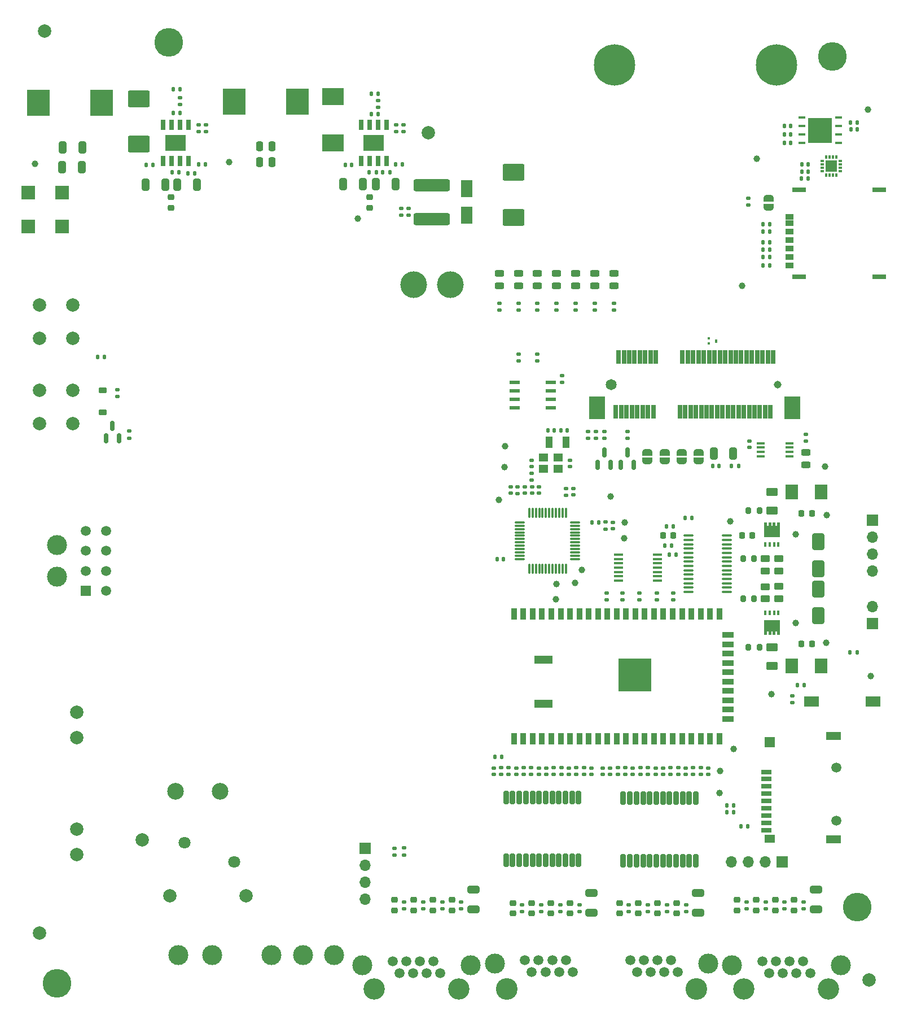
<source format=gts>
G04 #@! TF.GenerationSoftware,KiCad,Pcbnew,7.0.6-0*
G04 #@! TF.CreationDate,2023-09-12T11:21:30-03:00*
G04 #@! TF.ProjectId,macunaima_rev2.3,6d616375-6e61-4696-9d61-5f726576322e,rev?*
G04 #@! TF.SameCoordinates,Original*
G04 #@! TF.FileFunction,Soldermask,Top*
G04 #@! TF.FilePolarity,Negative*
%FSLAX46Y46*%
G04 Gerber Fmt 4.6, Leading zero omitted, Abs format (unit mm)*
G04 Created by KiCad (PCBNEW 7.0.6-0) date 2023-09-12 11:21:30*
%MOMM*%
%LPD*%
G01*
G04 APERTURE LIST*
G04 Aperture macros list*
%AMRoundRect*
0 Rectangle with rounded corners*
0 $1 Rounding radius*
0 $2 $3 $4 $5 $6 $7 $8 $9 X,Y pos of 4 corners*
0 Add a 4 corners polygon primitive as box body*
4,1,4,$2,$3,$4,$5,$6,$7,$8,$9,$2,$3,0*
0 Add four circle primitives for the rounded corners*
1,1,$1+$1,$2,$3*
1,1,$1+$1,$4,$5*
1,1,$1+$1,$6,$7*
1,1,$1+$1,$8,$9*
0 Add four rect primitives between the rounded corners*
20,1,$1+$1,$2,$3,$4,$5,0*
20,1,$1+$1,$4,$5,$6,$7,0*
20,1,$1+$1,$6,$7,$8,$9,0*
20,1,$1+$1,$8,$9,$2,$3,0*%
%AMFreePoly0*
4,1,19,0.500000,-0.750000,0.000000,-0.750000,0.000000,-0.744911,-0.071157,-0.744911,-0.207708,-0.704816,-0.327430,-0.627875,-0.420627,-0.520320,-0.479746,-0.390866,-0.500000,-0.250000,-0.500000,0.250000,-0.479746,0.390866,-0.420627,0.520320,-0.327430,0.627875,-0.207708,0.704816,-0.071157,0.744911,0.000000,0.744911,0.000000,0.750000,0.500000,0.750000,0.500000,-0.750000,0.500000,-0.750000,
$1*%
%AMFreePoly1*
4,1,19,0.000000,0.744911,0.071157,0.744911,0.207708,0.704816,0.327430,0.627875,0.420627,0.520320,0.479746,0.390866,0.500000,0.250000,0.500000,-0.250000,0.479746,-0.390866,0.420627,-0.520320,0.327430,-0.627875,0.207708,-0.704816,0.071157,-0.744911,0.000000,-0.744911,0.000000,-0.750000,-0.500000,-0.750000,-0.500000,0.750000,0.000000,0.750000,0.000000,0.744911,0.000000,0.744911,
$1*%
%AMFreePoly2*
4,1,17,1.395000,0.765000,0.855000,0.765000,0.855000,0.535000,1.395000,0.535000,1.395000,0.115000,0.855000,0.115000,0.855000,-0.115000,1.395000,-0.115000,1.395000,-0.535000,0.855000,-0.535000,0.855000,-0.765000,1.395000,-0.765000,1.395000,-1.185000,-0.855000,-1.185000,-0.855000,1.185000,1.395000,1.185000,1.395000,0.765000,1.395000,0.765000,$1*%
G04 Aperture macros list end*
%ADD10RoundRect,0.225000X0.250000X-0.225000X0.250000X0.225000X-0.250000X0.225000X-0.250000X-0.225000X0*%
%ADD11R,1.000000X1.800000*%
%ADD12RoundRect,0.135000X0.185000X-0.135000X0.185000X0.135000X-0.185000X0.135000X-0.185000X-0.135000X0*%
%ADD13RoundRect,0.140000X-0.140000X-0.170000X0.140000X-0.170000X0.140000X0.170000X-0.140000X0.170000X0*%
%ADD14RoundRect,0.135000X-0.185000X0.135000X-0.185000X-0.135000X0.185000X-0.135000X0.185000X0.135000X0*%
%ADD15RoundRect,0.140000X0.170000X-0.140000X0.170000X0.140000X-0.170000X0.140000X-0.170000X-0.140000X0*%
%ADD16RoundRect,0.140000X0.140000X0.170000X-0.140000X0.170000X-0.140000X-0.170000X0.140000X-0.170000X0*%
%ADD17RoundRect,0.135000X0.135000X0.185000X-0.135000X0.185000X-0.135000X-0.185000X0.135000X-0.185000X0*%
%ADD18C,2.000000*%
%ADD19R,1.700000X1.700000*%
%ADD20O,1.700000X1.700000*%
%ADD21RoundRect,0.140000X-0.170000X0.140000X-0.170000X-0.140000X0.170000X-0.140000X0.170000X0.140000X0*%
%ADD22FreePoly0,90.000000*%
%ADD23FreePoly1,90.000000*%
%ADD24C,1.000000*%
%ADD25RoundRect,0.135000X-0.135000X-0.185000X0.135000X-0.185000X0.135000X0.185000X-0.135000X0.185000X0*%
%ADD26RoundRect,0.100000X-0.637500X-0.100000X0.637500X-0.100000X0.637500X0.100000X-0.637500X0.100000X0*%
%ADD27RoundRect,0.243750X0.456250X-0.243750X0.456250X0.243750X-0.456250X0.243750X-0.456250X-0.243750X0*%
%ADD28RoundRect,0.250000X-0.325000X-0.650000X0.325000X-0.650000X0.325000X0.650000X-0.325000X0.650000X0*%
%ADD29R,0.650000X1.525000*%
%ADD30R,3.100000X2.400000*%
%ADD31R,0.450000X0.400000*%
%ADD32R,0.450000X0.500000*%
%ADD33C,2.500000*%
%ADD34C,4.000000*%
%ADD35RoundRect,0.195000X-0.195000X0.805000X-0.195000X-0.805000X0.195000X-0.805000X0.195000X0.805000X0*%
%ADD36RoundRect,0.147500X-0.147500X-0.172500X0.147500X-0.172500X0.147500X0.172500X-0.147500X0.172500X0*%
%ADD37R,1.800000X2.500000*%
%ADD38R,0.300000X0.570000*%
%ADD39R,0.570000X0.300000*%
%ADD40R,1.750000X1.750000*%
%ADD41C,4.300000*%
%ADD42RoundRect,0.218750X0.256250X-0.218750X0.256250X0.218750X-0.256250X0.218750X-0.256250X-0.218750X0*%
%ADD43R,1.879600X2.260600*%
%ADD44RoundRect,0.225000X-0.375000X0.225000X-0.375000X-0.225000X0.375000X-0.225000X0.375000X0.225000X0*%
%ADD45C,3.200000*%
%ADD46C,1.500000*%
%ADD47C,3.000000*%
%ADD48R,1.600000X0.600000*%
%ADD49R,1.550000X0.600000*%
%ADD50RoundRect,0.200000X-0.200000X-0.275000X0.200000X-0.275000X0.200000X0.275000X-0.200000X0.275000X0*%
%ADD51RoundRect,0.225000X0.225000X0.250000X-0.225000X0.250000X-0.225000X-0.250000X0.225000X-0.250000X0*%
%ADD52RoundRect,0.250000X-0.450000X0.262500X-0.450000X-0.262500X0.450000X-0.262500X0.450000X0.262500X0*%
%ADD53R,3.500000X4.000000*%
%ADD54R,0.420000X0.700000*%
%ADD55FreePoly2,90.000000*%
%ADD56RoundRect,0.243750X-0.456250X0.243750X-0.456250X-0.243750X0.456250X-0.243750X0.456250X0.243750X0*%
%ADD57RoundRect,0.250000X-0.650000X0.325000X-0.650000X-0.325000X0.650000X-0.325000X0.650000X0.325000X0*%
%ADD58RoundRect,0.147500X0.172500X-0.147500X0.172500X0.147500X-0.172500X0.147500X-0.172500X-0.147500X0*%
%ADD59R,1.600200X0.711200*%
%ADD60C,1.498600*%
%ADD61R,1.498600X1.193800*%
%ADD62R,2.209800X1.193800*%
%ADD63R,1.498600X1.600200*%
%ADD64RoundRect,0.250000X0.625000X-0.375000X0.625000X0.375000X-0.625000X0.375000X-0.625000X-0.375000X0*%
%ADD65RoundRect,0.250000X0.325000X0.650000X-0.325000X0.650000X-0.325000X-0.650000X0.325000X-0.650000X0*%
%ADD66R,3.300000X2.500000*%
%ADD67RoundRect,0.075000X-0.075000X0.662500X-0.075000X-0.662500X0.075000X-0.662500X0.075000X0.662500X0*%
%ADD68RoundRect,0.075000X-0.662500X0.075000X-0.662500X-0.075000X0.662500X-0.075000X0.662500X0.075000X0*%
%ADD69R,2.000000X2.000000*%
%ADD70RoundRect,0.250000X0.650000X-1.000000X0.650000X1.000000X-0.650000X1.000000X-0.650000X-1.000000X0*%
%ADD71R,1.150000X0.350000*%
%ADD72RoundRect,0.250000X0.250000X0.475000X-0.250000X0.475000X-0.250000X-0.475000X0.250000X-0.475000X0*%
%ADD73RoundRect,0.250000X1.400000X1.000000X-1.400000X1.000000X-1.400000X-1.000000X1.400000X-1.000000X0*%
%ADD74RoundRect,0.225000X-0.225000X-0.250000X0.225000X-0.250000X0.225000X0.250000X-0.225000X0.250000X0*%
%ADD75C,6.200000*%
%ADD76RoundRect,0.150000X0.150000X-0.587500X0.150000X0.587500X-0.150000X0.587500X-0.150000X-0.587500X0*%
%ADD77C,1.651000*%
%ADD78C,1.143000*%
%ADD79R,0.660400X2.108200*%
%ADD80R,2.438400X3.352800*%
%ADD81RoundRect,0.250000X-1.400000X-1.000000X1.400000X-1.000000X1.400000X1.000000X-1.400000X1.000000X0*%
%ADD82C,3.250000*%
%ADD83R,1.400000X1.200000*%
%ADD84R,1.520000X1.520000*%
%ADD85C,1.520000*%
%ADD86R,1.143000X0.812800*%
%ADD87R,2.108200X0.711200*%
%ADD88RoundRect,0.147500X-0.172500X0.147500X-0.172500X-0.147500X0.172500X-0.147500X0.172500X0.147500X0*%
%ADD89R,2.180000X1.600000*%
%ADD90C,1.800000*%
%ADD91R,1.409700X0.355600*%
%ADD92RoundRect,0.250000X2.450000X-0.650000X2.450000X0.650000X-2.450000X0.650000X-2.450000X-0.650000X0*%
%ADD93R,0.900000X1.800000*%
%ADD94R,1.800000X0.900000*%
%ADD95R,5.000000X5.000000*%
%ADD96R,2.700000X1.200000*%
%ADD97R,1.112398X0.457200*%
%ADD98R,3.606800X3.708400*%
%ADD99RoundRect,0.250000X-0.650000X1.000000X-0.650000X-1.000000X0.650000X-1.000000X0.650000X1.000000X0*%
%ADD100FreePoly2,270.000000*%
%ADD101RoundRect,0.250000X-0.625000X0.375000X-0.625000X-0.375000X0.625000X-0.375000X0.625000X0.375000X0*%
G04 APERTURE END LIST*
D10*
X79835716Y-135163813D03*
X79835716Y-133613813D03*
D11*
X79601980Y-64481773D03*
X82101980Y-64481773D03*
D12*
X28123573Y-17936573D03*
X28123573Y-16916573D03*
D13*
X124848702Y-17642593D03*
X125808702Y-17642593D03*
D14*
X75551074Y-133878813D03*
X75551074Y-134898813D03*
D15*
X77011980Y-72165441D03*
X77011980Y-71205441D03*
D16*
X24163573Y-15155573D03*
X23203573Y-15155573D03*
D10*
X113495716Y-134676773D03*
X113495716Y-133126773D03*
D17*
X109395000Y-122082000D03*
X108375000Y-122082000D03*
X100980000Y-75836000D03*
X99960000Y-75836000D03*
D12*
X74967921Y-44675573D03*
X74967921Y-43655573D03*
D13*
X79381980Y-62751773D03*
X80341980Y-62751773D03*
D18*
X8682000Y-104946000D03*
X8682000Y-108756000D03*
D16*
X49958573Y-22906773D03*
X48998573Y-22906773D03*
D14*
X81263930Y-133878813D03*
X81263930Y-134898813D03*
D19*
X114534000Y-127435000D03*
D20*
X111994000Y-127435000D03*
X109454000Y-127435000D03*
X106914000Y-127435000D03*
D21*
X109642821Y-64319872D03*
X109642821Y-65279872D03*
D22*
X94335373Y-67321396D03*
D23*
X94335373Y-66021396D03*
D24*
X108558573Y-41096773D03*
D25*
X25411573Y-24211973D03*
X26431573Y-24211973D03*
D26*
X100505491Y-78494273D03*
X100505491Y-79144273D03*
X100505491Y-79794273D03*
X100505491Y-80444273D03*
X100505491Y-81094273D03*
X100505491Y-81744273D03*
X100505491Y-82394273D03*
X100505491Y-83044273D03*
X100505491Y-83694273D03*
X100505491Y-84344273D03*
X100505491Y-84994273D03*
X100505491Y-85644273D03*
X100505491Y-86294273D03*
X100505491Y-86944273D03*
X106230491Y-86944273D03*
X106230491Y-86294273D03*
X106230491Y-85644273D03*
X106230491Y-84994273D03*
X106230491Y-84344273D03*
X106230491Y-83694273D03*
X106230491Y-83044273D03*
X106230491Y-82394273D03*
X106230491Y-81744273D03*
X106230491Y-81094273D03*
X106230491Y-80444273D03*
X106230491Y-79794273D03*
X106230491Y-79144273D03*
X106230491Y-78494273D03*
D18*
X3107000Y-138107000D03*
D27*
X118101021Y-67870972D03*
X118101021Y-65995972D03*
D16*
X82321980Y-62751773D03*
X81361980Y-62751773D03*
D28*
X6541573Y-23307973D03*
X9491573Y-23307973D03*
D14*
X78407502Y-133878813D03*
X78407502Y-134898813D03*
D24*
X121201173Y-75394273D03*
D18*
X34078573Y-132496773D03*
X22678573Y-132496773D03*
D28*
X48665573Y-25807573D03*
X51615573Y-25807573D03*
D21*
X103445051Y-113330057D03*
X103445051Y-114290057D03*
D29*
X21628573Y-22354973D03*
X22898573Y-22354973D03*
X24168573Y-22354973D03*
X25438573Y-22354973D03*
X25438573Y-16930973D03*
X24168573Y-16930973D03*
X22898573Y-16930973D03*
X21628573Y-16930973D03*
D30*
X23533573Y-19642973D03*
D14*
X63553930Y-133391773D03*
X63553930Y-134411773D03*
D25*
X111671279Y-35647593D03*
X112691279Y-35647593D03*
D12*
X91020435Y-114320057D03*
X91020435Y-113300057D03*
D10*
X92976787Y-135163813D03*
X92976787Y-133613813D03*
D22*
X99466173Y-67321396D03*
D23*
X99466173Y-66021396D03*
D13*
X86032804Y-76531773D03*
X86992804Y-76531773D03*
D15*
X81518573Y-55516773D03*
X81518573Y-54556773D03*
D31*
X103516998Y-48929419D03*
X103516998Y-49729419D03*
D32*
X104666998Y-49329419D03*
D24*
X84494000Y-83623000D03*
D33*
X23495964Y-116861773D03*
X30245964Y-116861773D03*
D34*
X59245964Y-40861773D03*
X64745964Y-40861773D03*
D35*
X101598573Y-117850183D03*
X100608573Y-117850183D03*
X99618573Y-117850183D03*
X98628573Y-117850183D03*
X97638573Y-117850183D03*
X96648573Y-117850183D03*
X95658573Y-117850183D03*
X94668573Y-117850183D03*
X93678573Y-117850183D03*
X92688573Y-117850183D03*
X91698573Y-117850183D03*
X90708573Y-117850183D03*
X90708573Y-127250183D03*
X91698573Y-127250183D03*
X92688573Y-127250183D03*
X93678573Y-127250183D03*
X94668573Y-127250183D03*
X95658573Y-127250183D03*
X96648573Y-127250183D03*
X97638573Y-127250183D03*
X98628573Y-127250183D03*
X99618573Y-127250183D03*
X100608573Y-127250183D03*
X101598573Y-127250183D03*
D36*
X97618573Y-81346773D03*
X98588573Y-81346773D03*
D37*
X67178573Y-30511773D03*
X67178573Y-26511773D03*
D14*
X116068000Y-102496000D03*
X116068000Y-103516000D03*
D38*
X121154464Y-24472593D03*
X121654464Y-24472593D03*
X122154464Y-24472593D03*
X122654464Y-24472593D03*
D39*
X123269464Y-23857593D03*
X123269464Y-23357593D03*
X123269464Y-22857593D03*
X123269464Y-22357593D03*
D38*
X122654464Y-21742593D03*
X122154464Y-21742593D03*
X121654464Y-21742593D03*
X121154464Y-21742593D03*
D39*
X120539464Y-22357593D03*
X120539464Y-22857593D03*
X120539464Y-23357593D03*
X120539464Y-23857593D03*
D40*
X121904464Y-23107593D03*
D41*
X122093573Y-6696773D03*
D12*
X72366265Y-114320057D03*
X72366265Y-113300057D03*
X88083573Y-77506773D03*
X88083573Y-76486773D03*
D10*
X107782860Y-134676773D03*
X107782860Y-133126773D03*
D42*
X52635973Y-29345073D03*
X52635973Y-27770073D03*
D24*
X90933573Y-76496773D03*
D36*
X97223573Y-77161773D03*
X98193573Y-77161773D03*
D41*
X22542000Y-4578000D03*
D36*
X104106473Y-68095796D03*
X105076473Y-68095796D03*
D12*
X80712031Y-44672711D03*
X80712031Y-43652711D03*
D19*
X128050000Y-76210000D03*
D20*
X128050000Y-78750000D03*
X128050000Y-81290000D03*
X128050000Y-83830000D03*
D15*
X73783573Y-72156773D03*
X73783573Y-71196773D03*
D43*
X120428373Y-98011773D03*
X116008773Y-98011773D03*
D42*
X22888573Y-29368073D03*
X22888573Y-27793073D03*
D12*
X24164573Y-13863573D03*
X24164573Y-12843573D03*
D15*
X82101980Y-72450350D03*
X82101980Y-71490350D03*
D44*
X12604573Y-56692573D03*
X12604573Y-59992573D03*
D18*
X127600000Y-145100000D03*
D14*
X90592000Y-87096000D03*
X90592000Y-88116000D03*
D17*
X107240181Y-118926773D03*
X106220181Y-118926773D03*
D45*
X108818573Y-146436773D03*
X121518573Y-146436773D03*
D46*
X118738573Y-144086773D03*
X117718573Y-142306773D03*
X116698573Y-144086773D03*
X115678573Y-142306773D03*
X114658573Y-144086773D03*
X113638573Y-142306773D03*
X112618573Y-144086773D03*
X111598573Y-142306773D03*
D47*
X107018573Y-142936773D03*
X123318573Y-142936773D03*
D24*
X50862373Y-30982573D03*
X83495000Y-85595000D03*
X80636000Y-85787000D03*
D14*
X94413511Y-113300057D03*
X94413511Y-114320057D03*
D12*
X81407801Y-114320057D03*
X81407801Y-113300057D03*
D15*
X58463573Y-30441773D03*
X58463573Y-29481773D03*
D14*
X101179663Y-113300057D03*
X101179663Y-114320057D03*
D48*
X74418573Y-55511773D03*
D49*
X74418573Y-56781773D03*
X74418573Y-58051773D03*
X74418573Y-59321773D03*
X79818573Y-59321773D03*
X79818573Y-58051773D03*
X79818573Y-56781773D03*
X79818573Y-55511773D03*
D16*
X112661279Y-38017593D03*
X111701279Y-38017593D03*
D14*
X74863573Y-71166773D03*
X74863573Y-72186773D03*
X57841074Y-125341000D03*
X57841074Y-126361000D03*
D45*
X53318573Y-146436773D03*
X66018573Y-146436773D03*
D46*
X63238573Y-144086773D03*
X62218573Y-142306773D03*
X61198573Y-144086773D03*
X60178573Y-142306773D03*
X59158573Y-144086773D03*
X58138573Y-142306773D03*
X57118573Y-144086773D03*
X56098573Y-142306773D03*
D47*
X51518573Y-142936773D03*
X67818573Y-142936773D03*
D10*
X110639288Y-134676773D03*
X110639288Y-133126773D03*
D50*
X109476173Y-74726773D03*
X111126173Y-74726773D03*
D14*
X102317355Y-113300057D03*
X102317355Y-114320057D03*
D16*
X72728573Y-82031773D03*
X71768573Y-82031773D03*
D15*
X100051971Y-114290057D03*
X100051971Y-113330057D03*
D51*
X118993573Y-94734273D03*
X117443573Y-94734273D03*
D14*
X76897033Y-113300057D03*
X76897033Y-114320057D03*
D52*
X112032373Y-81989273D03*
X112032373Y-83814273D03*
D24*
X107263573Y-110486773D03*
D12*
X97786587Y-114320057D03*
X97786587Y-113300057D03*
D53*
X12435573Y-13614973D03*
X2935573Y-13614973D03*
D21*
X82738707Y-67191773D03*
X82738707Y-68151773D03*
D25*
X117444578Y-25002593D03*
X118464578Y-25002593D03*
D28*
X19053573Y-25896573D03*
X22003573Y-25896573D03*
D24*
X110768573Y-22006773D03*
D36*
X117469578Y-22857593D03*
X118439578Y-22857593D03*
D54*
X112043573Y-79800393D03*
X112693573Y-79800393D03*
X113343573Y-79800393D03*
X113993573Y-79800393D03*
D55*
X113018573Y-77845393D03*
D16*
X115845780Y-18372593D03*
X114885780Y-18372593D03*
D12*
X77839976Y-44681773D03*
X77839976Y-43661773D03*
D14*
X93275819Y-113300057D03*
X93275819Y-114320057D03*
D17*
X107240181Y-119986773D03*
X106220181Y-119986773D03*
D56*
X80712031Y-39195073D03*
X80712031Y-41070073D03*
D13*
X52931173Y-15344373D03*
X53891173Y-15344373D03*
D12*
X85445373Y-63884554D03*
X85445373Y-62864554D03*
D15*
X78024725Y-114290057D03*
X78024725Y-113330057D03*
D57*
X119628573Y-131606773D03*
X119628573Y-134556773D03*
D10*
X56412860Y-134676773D03*
X56412860Y-133126773D03*
D58*
X83191980Y-72425350D03*
X83191980Y-71455350D03*
D14*
X112067502Y-133391773D03*
X112067502Y-134411773D03*
D59*
X112172619Y-113913296D03*
X112172619Y-115013296D03*
X112172619Y-116113297D03*
X112172619Y-117213297D03*
X112172619Y-118313297D03*
X112172619Y-119413295D03*
X112172619Y-120513295D03*
X112172619Y-121613296D03*
X112172619Y-122713296D03*
D60*
X122672619Y-121240296D03*
X122672619Y-113240296D03*
D61*
X112678619Y-123910296D03*
D62*
X122272619Y-124040296D03*
D63*
X112673619Y-109440296D03*
D62*
X122272619Y-108540296D03*
D10*
X59269288Y-134676773D03*
X59269288Y-133126773D03*
D52*
X112032373Y-86143394D03*
X112032373Y-87968394D03*
D64*
X113018573Y-74725393D03*
X113018573Y-71925393D03*
D56*
X72095866Y-39204135D03*
X72095866Y-41079135D03*
D14*
X26987573Y-16909573D03*
X26987573Y-17929573D03*
D65*
X9543573Y-20273973D03*
X6593573Y-20273973D03*
D24*
X31603573Y-22490173D03*
D28*
X23810573Y-25896573D03*
X26760573Y-25896573D03*
D57*
X101966072Y-132093813D03*
X101966072Y-135043813D03*
D66*
X47127373Y-19632573D03*
X47137373Y-12732573D03*
D25*
X111671279Y-31797593D03*
X112691279Y-31797593D03*
D67*
X82101980Y-75109273D03*
X81601980Y-75109273D03*
X81101980Y-75109273D03*
X80601980Y-75109273D03*
X80101980Y-75109273D03*
X79601980Y-75109273D03*
X79101980Y-75109273D03*
X78601980Y-75109273D03*
X78101980Y-75109273D03*
X77601980Y-75109273D03*
X77101980Y-75109273D03*
X76601980Y-75109273D03*
D68*
X75189480Y-76521773D03*
X75189480Y-77021773D03*
X75189480Y-77521773D03*
X75189480Y-78021773D03*
X75189480Y-78521773D03*
X75189480Y-79021773D03*
X75189480Y-79521773D03*
X75189480Y-80021773D03*
X75189480Y-80521773D03*
X75189480Y-81021773D03*
X75189480Y-81521773D03*
X75189480Y-82021773D03*
D67*
X76601980Y-83434273D03*
X77101980Y-83434273D03*
X77601980Y-83434273D03*
X78101980Y-83434273D03*
X78601980Y-83434273D03*
X79101980Y-83434273D03*
X79601980Y-83434273D03*
X80101980Y-83434273D03*
X80601980Y-83434273D03*
X81101980Y-83434273D03*
X81601980Y-83434273D03*
X82101980Y-83434273D03*
D68*
X83514480Y-82021773D03*
X83514480Y-81521773D03*
X83514480Y-81021773D03*
X83514480Y-80521773D03*
X83514480Y-80021773D03*
X83514480Y-79521773D03*
X83514480Y-79021773D03*
X83514480Y-78521773D03*
X83514480Y-78021773D03*
X83514480Y-77521773D03*
X83514480Y-77021773D03*
X83514480Y-76521773D03*
D18*
X8088573Y-43908573D03*
X3088573Y-43908573D03*
X8088573Y-48908573D03*
X3088573Y-48908573D03*
D12*
X86456141Y-44672711D03*
X86456141Y-43652711D03*
D14*
X56412860Y-125376000D03*
X56412860Y-126396000D03*
D13*
X52931173Y-12300373D03*
X53891173Y-12300373D03*
D24*
X2450573Y-22752573D03*
X72993573Y-65096773D03*
D16*
X72428573Y-111651773D03*
X71468573Y-111651773D03*
D10*
X90120359Y-135163813D03*
X90120359Y-133613813D03*
D19*
X51942000Y-125379000D03*
D20*
X51942000Y-127919000D03*
X51942000Y-130459000D03*
X51942000Y-132999000D03*
D15*
X76965254Y-68151773D03*
X76965254Y-67191773D03*
D14*
X98226000Y-87096000D03*
X98226000Y-88116000D03*
D15*
X57388573Y-30441773D03*
X57388573Y-29481773D03*
D69*
X6490573Y-27106573D03*
X1440573Y-27106573D03*
X6490573Y-32156573D03*
X1440573Y-32156573D03*
D24*
X80578000Y-88023000D03*
D70*
X119951173Y-90534273D03*
X119951173Y-86534273D03*
D22*
X102031573Y-67321396D03*
D23*
X102031573Y-66021396D03*
D58*
X87660418Y-114295057D03*
X87660418Y-113325057D03*
D14*
X117780358Y-133391773D03*
X117780358Y-134411773D03*
D16*
X112661279Y-34537593D03*
X111701279Y-34537593D03*
X112661279Y-36727593D03*
X111701279Y-36727593D03*
D71*
X111303221Y-64637672D03*
X111303221Y-65287672D03*
X111303221Y-65937672D03*
X111303221Y-66587672D03*
X115653221Y-66587672D03*
X115653221Y-65937672D03*
X115653221Y-65287672D03*
X115653221Y-64637672D03*
D21*
X78081980Y-71205441D03*
X78081980Y-72165441D03*
D56*
X89328199Y-39195073D03*
X89328199Y-41070073D03*
D10*
X95833215Y-135163813D03*
X95833215Y-133613813D03*
D24*
X106743573Y-76346773D03*
D72*
X38003573Y-22481773D03*
X36103573Y-22481773D03*
D14*
X16590573Y-62856573D03*
X16590573Y-63876573D03*
D10*
X74122860Y-135163813D03*
X74122860Y-133613813D03*
D24*
X127438573Y-14666773D03*
D73*
X74223573Y-30815273D03*
X74223573Y-24015273D03*
D24*
X88838000Y-72621000D03*
D74*
X117443573Y-75154273D03*
X118993573Y-75154273D03*
D75*
X89381350Y-7973601D03*
D22*
X112511026Y-29261193D03*
D23*
X112511026Y-27961193D03*
D24*
X116561173Y-91610550D03*
X105273573Y-113776773D03*
D51*
X110083573Y-78491773D03*
X108533573Y-78491773D03*
D14*
X57841074Y-133391773D03*
X57841074Y-134411773D03*
D21*
X88755051Y-113330057D03*
X88755051Y-114290057D03*
D50*
X108696173Y-88004273D03*
X110346173Y-88004273D03*
D47*
X23968573Y-141391773D03*
X29048573Y-141391773D03*
D14*
X93158000Y-87096000D03*
X93158000Y-88116000D03*
D15*
X82535493Y-114290057D03*
X82535493Y-113330057D03*
D25*
X56518573Y-22881773D03*
X57538573Y-22881773D03*
D53*
X41803573Y-13490173D03*
X32303573Y-13490173D03*
D57*
X68258573Y-131606773D03*
X68258573Y-134556773D03*
D14*
X60697502Y-133391773D03*
X60697502Y-134411773D03*
D12*
X73503957Y-114320057D03*
X73503957Y-113300057D03*
D14*
X91312773Y-62864554D03*
X91312773Y-63884554D03*
D10*
X82692144Y-135163813D03*
X82692144Y-133613813D03*
D76*
X86882973Y-67888296D03*
X88782973Y-67888296D03*
X87832973Y-66013296D03*
D14*
X87832973Y-62864554D03*
X87832973Y-63884554D03*
D56*
X86456141Y-39195073D03*
X86456141Y-41070073D03*
D77*
X88898997Y-55842002D03*
D78*
X113898999Y-55842002D03*
D79*
X89598998Y-59942001D03*
X89999000Y-51742000D03*
X90398999Y-59942001D03*
X90798998Y-51742000D03*
X91199000Y-59942001D03*
X91598999Y-51742000D03*
X91998998Y-59942001D03*
X92398998Y-51742000D03*
X92798999Y-59942001D03*
X93198998Y-51742000D03*
X93598998Y-59942001D03*
X93998999Y-51742000D03*
X94398999Y-59942001D03*
X94798998Y-51742000D03*
X95198997Y-59942001D03*
X95598999Y-51742000D03*
X99198998Y-59942001D03*
X99598997Y-51742000D03*
X99998999Y-59942001D03*
X100398998Y-51742000D03*
X100798997Y-59942001D03*
X101198999Y-51742000D03*
X101598998Y-59942001D03*
X101998997Y-51742000D03*
X102398997Y-59942001D03*
X102798998Y-51742000D03*
X103198998Y-59942001D03*
X103598997Y-51742000D03*
X103998999Y-59942001D03*
X104398998Y-51742000D03*
X104798997Y-59942001D03*
X105198999Y-51742000D03*
X105598998Y-59942001D03*
X105998997Y-51742000D03*
X106398996Y-59942001D03*
X106798998Y-51742000D03*
X107198997Y-59942001D03*
X107598996Y-51742000D03*
X107998998Y-59942001D03*
X108398997Y-51742000D03*
X108798997Y-59942001D03*
X109198996Y-51742000D03*
X109598998Y-59942001D03*
X109998997Y-51742000D03*
X110398996Y-59942001D03*
X110798998Y-51742000D03*
X111198997Y-59942001D03*
X111598996Y-51742000D03*
X111998998Y-59942001D03*
X112398997Y-51742000D03*
X112798996Y-59942001D03*
X113198995Y-51742000D03*
D80*
X86749002Y-59319701D03*
X116048994Y-59319701D03*
D52*
X114021173Y-86133394D03*
X114021173Y-87958394D03*
D12*
X89882743Y-114320057D03*
X89882743Y-113300057D03*
D22*
X96900773Y-67321396D03*
D23*
X96900773Y-66021396D03*
D81*
X17982573Y-12993973D03*
X17982573Y-19793973D03*
D14*
X97261429Y-133878813D03*
X97261429Y-134898813D03*
X118101021Y-63324672D03*
X118101021Y-64344672D03*
D25*
X22992573Y-24062573D03*
X24012573Y-24062573D03*
D17*
X117883573Y-100876773D03*
X116863573Y-100876773D03*
D82*
X73193573Y-146436773D03*
X101643573Y-146436773D03*
D46*
X98868573Y-143896773D03*
X97848573Y-142116773D03*
X96828573Y-143896773D03*
X95808573Y-142116773D03*
X94788573Y-143896773D03*
X93768573Y-142116773D03*
X92748573Y-143896773D03*
X91728573Y-142116773D03*
X83108573Y-143896773D03*
X82088573Y-142116773D03*
X81068573Y-143896773D03*
X80048573Y-142116773D03*
X79028573Y-143896773D03*
X78008573Y-142116773D03*
X76988573Y-143896773D03*
X75968573Y-142116773D03*
D47*
X103418573Y-142636773D03*
X71418573Y-142636773D03*
D18*
X3852000Y-2893000D03*
D83*
X78751980Y-68521773D03*
X80951980Y-68521773D03*
X80951980Y-66821773D03*
X78751980Y-66821773D03*
D21*
X71238573Y-113330057D03*
X71238573Y-114290057D03*
D19*
X128125000Y-91710000D03*
D20*
X128125000Y-89170000D03*
D14*
X57729173Y-16917173D03*
X57729173Y-17937173D03*
D15*
X95541203Y-114290057D03*
X95541203Y-113330057D03*
D35*
X84013573Y-117780183D03*
X83023573Y-117780183D03*
X82033573Y-117780183D03*
X81043573Y-117780183D03*
X80053573Y-117780183D03*
X79063573Y-117780183D03*
X78073573Y-117780183D03*
X77083573Y-117780183D03*
X76093573Y-117780183D03*
X75103573Y-117780183D03*
X74113573Y-117780183D03*
X73123573Y-117780183D03*
X73123573Y-127180183D03*
X74113573Y-127180183D03*
X75103573Y-127180183D03*
X76093573Y-127180183D03*
X77083573Y-127180183D03*
X78073573Y-127180183D03*
X79063573Y-127180183D03*
X80053573Y-127180183D03*
X81043573Y-127180183D03*
X82033573Y-127180183D03*
X83023573Y-127180183D03*
X84013573Y-127180183D03*
D65*
X107209473Y-66165396D03*
X104259473Y-66165396D03*
D12*
X86613773Y-63884554D03*
X86613773Y-62864554D03*
D17*
X97926173Y-80012136D03*
X96906173Y-80012136D03*
D12*
X80270109Y-114320057D03*
X80270109Y-113300057D03*
D25*
X26974573Y-22877973D03*
X27994573Y-22877973D03*
D12*
X72095866Y-44681773D03*
X72095866Y-43661773D03*
D75*
X113689150Y-7973601D03*
D10*
X76979288Y-135163813D03*
X76979288Y-133613813D03*
D47*
X5771573Y-79955823D03*
X5771573Y-84635823D03*
D84*
X10091573Y-86795823D03*
D85*
X10091573Y-83795823D03*
X10091573Y-80795823D03*
X10091573Y-77795823D03*
X13091573Y-86795823D03*
X13091573Y-83795823D03*
X13091573Y-80795823D03*
X13091573Y-77795823D03*
D47*
X37943573Y-141411773D03*
X42643573Y-141411773D03*
X47343573Y-141411773D03*
D50*
X108696173Y-81964273D03*
X110346173Y-81964273D03*
D86*
X115629578Y-32937593D03*
X115629578Y-35477593D03*
X115629578Y-38017593D03*
X115629578Y-31667593D03*
X115629578Y-34207593D03*
X115629578Y-36747593D03*
X115629578Y-30717593D03*
D87*
X117109639Y-39687593D03*
X117109639Y-26687593D03*
X129109580Y-39687593D03*
X129109580Y-26687593D03*
D21*
X85928573Y-113330057D03*
X85928573Y-114290057D03*
X96658895Y-113330057D03*
X96658895Y-114290057D03*
D12*
X76965254Y-70181773D03*
X76965254Y-69161773D03*
D14*
X83663185Y-113300057D03*
X83663185Y-114320057D03*
D74*
X96641173Y-78514273D03*
X98191173Y-78514273D03*
D50*
X109476173Y-95214273D03*
X111126173Y-95214273D03*
D16*
X112661279Y-32937593D03*
X111701279Y-32937593D03*
D25*
X52608573Y-24056773D03*
X53628573Y-24056773D03*
D18*
X61436923Y-18086374D03*
D16*
X20103573Y-22903973D03*
X19143573Y-22903973D03*
D88*
X75921980Y-71190441D03*
X75921980Y-72160441D03*
D56*
X83584086Y-39195073D03*
X83584086Y-41070073D03*
D16*
X118434578Y-23930093D03*
X117474578Y-23930093D03*
X115845780Y-19642593D03*
X114885780Y-19642593D03*
D10*
X116352144Y-134676773D03*
X116352144Y-133126773D03*
X62125716Y-134676773D03*
X62125716Y-133126773D03*
D13*
X23204573Y-11626573D03*
X24164573Y-11626573D03*
D21*
X74631649Y-113330057D03*
X74631649Y-114290057D03*
X79142417Y-113330057D03*
X79142417Y-114290057D03*
D76*
X90362773Y-67888296D03*
X92262773Y-67888296D03*
X91312773Y-66013296D03*
D24*
X72923573Y-68276773D03*
D25*
X11881573Y-51699573D03*
X12901573Y-51699573D03*
D21*
X92148127Y-113330057D03*
X92148127Y-114290057D03*
D89*
X118970000Y-103393000D03*
X128150000Y-103393000D03*
D14*
X84800877Y-113300057D03*
X84800877Y-114320057D03*
D25*
X124745000Y-95972000D03*
X125765000Y-95972000D03*
D41*
X125838573Y-134166773D03*
D24*
X121121173Y-94554273D03*
D57*
X85968573Y-132093813D03*
X85968573Y-135043813D03*
D14*
X66410358Y-133391773D03*
X66410358Y-134411773D03*
D24*
X105143573Y-117046773D03*
D14*
X91548573Y-133878813D03*
X91548573Y-134898813D03*
X100117857Y-133878813D03*
X100117857Y-134898813D03*
D90*
X24858573Y-124516773D03*
X32358573Y-127416773D03*
D12*
X53893773Y-14332373D03*
X53893773Y-13312373D03*
D18*
X8143573Y-56728573D03*
X3143573Y-56728573D03*
X8143573Y-61728573D03*
X3143573Y-61728573D03*
D17*
X107985021Y-68095796D03*
X106965021Y-68095796D03*
D24*
X90843573Y-78926773D03*
D41*
X5739573Y-145608573D03*
D12*
X89328199Y-44672711D03*
X89328199Y-43652711D03*
D24*
X120945821Y-68118295D03*
D14*
X94405001Y-133878813D03*
X94405001Y-134898813D03*
D16*
X115845780Y-17102593D03*
X114885780Y-17102593D03*
D56*
X74967921Y-39215073D03*
X74967921Y-41090073D03*
D72*
X38003573Y-20119573D03*
X36103573Y-20119573D03*
D12*
X109444578Y-28977593D03*
X109444578Y-27957593D03*
X14772573Y-57689573D03*
X14772573Y-56669573D03*
D14*
X84120358Y-133878813D03*
X84120358Y-134898813D03*
D91*
X89960823Y-81346815D03*
X89960823Y-81996801D03*
X89960823Y-82646787D03*
X89960823Y-83296773D03*
X89960823Y-83946759D03*
X89960823Y-84596745D03*
X89960823Y-85246731D03*
X95866323Y-85246731D03*
X95866323Y-84596745D03*
X95866323Y-83946759D03*
X95866323Y-83296773D03*
X95866323Y-82646787D03*
X95866323Y-81996801D03*
X95866323Y-81346815D03*
D92*
X61988573Y-31061773D03*
X61988573Y-25961773D03*
D24*
X112907000Y-102277000D03*
D12*
X83584086Y-44672711D03*
X83584086Y-43652711D03*
D17*
X125838702Y-16562593D03*
X124818702Y-16562593D03*
D14*
X77839976Y-51261000D03*
X77839976Y-52281000D03*
X95725750Y-87096000D03*
X95725750Y-88116000D03*
D24*
X72033573Y-73186773D03*
D52*
X114021173Y-81989273D03*
X114021173Y-83814273D03*
D10*
X98689643Y-135163813D03*
X98689643Y-133613813D03*
D28*
X53612373Y-25809373D03*
X56562373Y-25809373D03*
D18*
X8682000Y-122529000D03*
X8682000Y-126339000D03*
D93*
X74318573Y-108981773D03*
X75718573Y-108981773D03*
X77118573Y-108981773D03*
X78518573Y-108981773D03*
X79918573Y-108981773D03*
X81318573Y-108981773D03*
X82718573Y-108981773D03*
X84118573Y-108981773D03*
X85518573Y-108981773D03*
X86918573Y-108981773D03*
X88318573Y-108981773D03*
X89718573Y-108981773D03*
X91118573Y-108981773D03*
X92518573Y-108981773D03*
X93918573Y-108981773D03*
X95318573Y-108981773D03*
X96718573Y-108981773D03*
X98118573Y-108981773D03*
X99518573Y-108981773D03*
X100918573Y-108981773D03*
X102318573Y-108981773D03*
X103718573Y-108981773D03*
X105118573Y-108981773D03*
D94*
X106418573Y-105981773D03*
X106418573Y-104581773D03*
X106418573Y-103181773D03*
X106418573Y-101781773D03*
X106418573Y-100381773D03*
X106418573Y-98981773D03*
X106418573Y-97581773D03*
X106418573Y-96181773D03*
X106418573Y-94781773D03*
X106418573Y-93381773D03*
D93*
X105118573Y-90281773D03*
X103718573Y-90281773D03*
X102318573Y-90281773D03*
X100918573Y-90281773D03*
X99518573Y-90281773D03*
X98118573Y-90281773D03*
X96718573Y-90281773D03*
X95318573Y-90281773D03*
X93918573Y-90281773D03*
X92518573Y-90281773D03*
X91118573Y-90281773D03*
X89718573Y-90281773D03*
X88318573Y-90281773D03*
X86918573Y-90281773D03*
X85518573Y-90281773D03*
X84118573Y-90281773D03*
X82718573Y-90281773D03*
X81318573Y-90281773D03*
X79918573Y-90281773D03*
X78518573Y-90281773D03*
X77118573Y-90281773D03*
X75718573Y-90281773D03*
X74318573Y-90281773D03*
D95*
X92418573Y-99381773D03*
D96*
X78718573Y-103681773D03*
X78718573Y-97081773D03*
D18*
X18548573Y-124136773D03*
D14*
X75759341Y-113300057D03*
X75759341Y-114320057D03*
X74967921Y-51261000D03*
X74967921Y-52281000D03*
D56*
X77839976Y-39204135D03*
X77839976Y-41079135D03*
D76*
X13134573Y-63892073D03*
X15034573Y-63892073D03*
X14084573Y-62017073D03*
D21*
X89163573Y-76516773D03*
X89163573Y-77476773D03*
D97*
X122986379Y-19642593D03*
X122986379Y-18372593D03*
X122986379Y-17102593D03*
X122986379Y-15832593D03*
X117494777Y-15832593D03*
X117494777Y-17102593D03*
X117494777Y-18372593D03*
X117494777Y-19642593D03*
D98*
X120240578Y-17737593D03*
D99*
X119951173Y-79436773D03*
X119951173Y-83436773D03*
D29*
X51352521Y-22348973D03*
X52622521Y-22348973D03*
X53892521Y-22348973D03*
X55162521Y-22348973D03*
X55162521Y-16924973D03*
X53892521Y-16924973D03*
X52622521Y-16924973D03*
X51352521Y-16924973D03*
D30*
X53257521Y-19636973D03*
D24*
X127838000Y-99597000D03*
D25*
X54640573Y-24056773D03*
X55660573Y-24056773D03*
D24*
X116561173Y-78300393D03*
D54*
X113993573Y-90110550D03*
X113343573Y-90110550D03*
X112693573Y-90110550D03*
X112043573Y-90110550D03*
D100*
X113018573Y-92065550D03*
D101*
X113018573Y-95230550D03*
X113018573Y-98030550D03*
D14*
X88225000Y-87096000D03*
X88225000Y-88116000D03*
D10*
X64982144Y-134676773D03*
X64982144Y-133126773D03*
D43*
X120428373Y-71935393D03*
X116008773Y-71935393D03*
D14*
X56636973Y-16917173D03*
X56636973Y-17937173D03*
X114923930Y-133391773D03*
X114923930Y-134411773D03*
X109211074Y-133391773D03*
X109211074Y-134411773D03*
D12*
X98924279Y-114320057D03*
X98924279Y-113300057D03*
M02*

</source>
